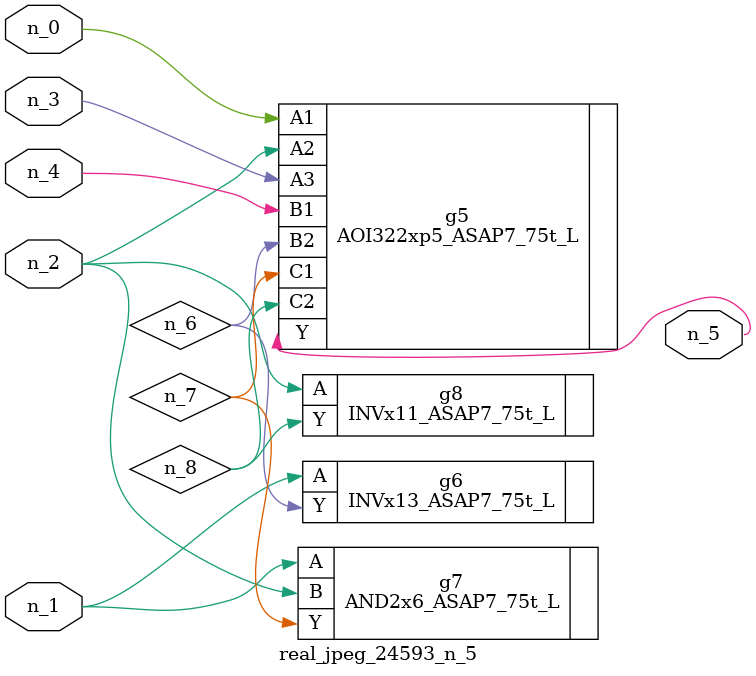
<source format=v>
module real_jpeg_24593_n_5 (n_4, n_0, n_1, n_2, n_3, n_5);

input n_4;
input n_0;
input n_1;
input n_2;
input n_3;

output n_5;

wire n_8;
wire n_6;
wire n_7;

AOI322xp5_ASAP7_75t_L g5 ( 
.A1(n_0),
.A2(n_2),
.A3(n_3),
.B1(n_4),
.B2(n_6),
.C1(n_7),
.C2(n_8),
.Y(n_5)
);

INVx13_ASAP7_75t_L g6 ( 
.A(n_1),
.Y(n_6)
);

AND2x6_ASAP7_75t_L g7 ( 
.A(n_1),
.B(n_2),
.Y(n_7)
);

INVx11_ASAP7_75t_L g8 ( 
.A(n_2),
.Y(n_8)
);


endmodule
</source>
